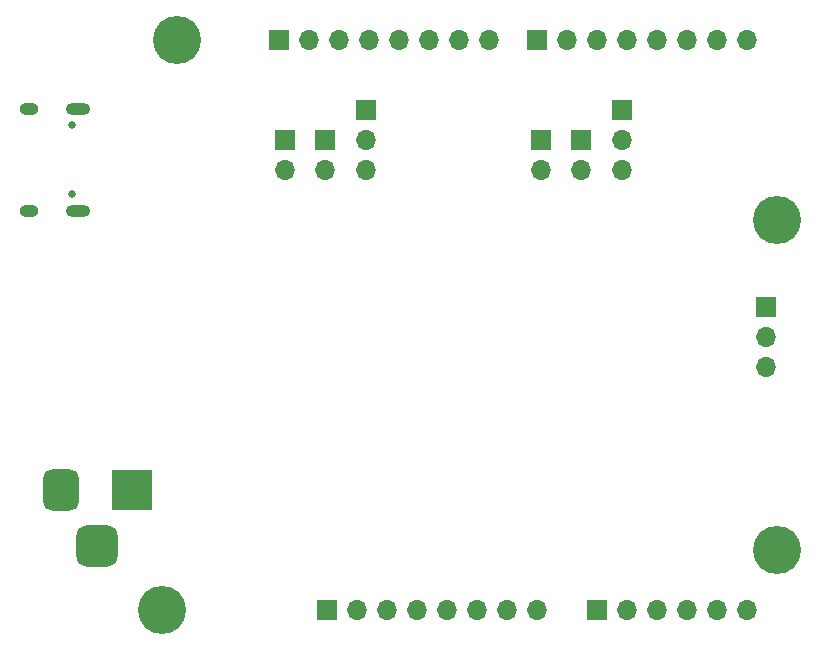
<source format=gbr>
%TF.GenerationSoftware,KiCad,Pcbnew,(6.0.5)*%
%TF.CreationDate,2024-01-23T17:09:02+09:00*%
%TF.ProjectId,PicoIno,5069636f-496e-46f2-9e6b-696361645f70,rev?*%
%TF.SameCoordinates,Original*%
%TF.FileFunction,Soldermask,Bot*%
%TF.FilePolarity,Negative*%
%FSLAX46Y46*%
G04 Gerber Fmt 4.6, Leading zero omitted, Abs format (unit mm)*
G04 Created by KiCad (PCBNEW (6.0.5)) date 2024-01-23 17:09:02*
%MOMM*%
%LPD*%
G01*
G04 APERTURE LIST*
G04 Aperture macros list*
%AMRoundRect*
0 Rectangle with rounded corners*
0 $1 Rounding radius*
0 $2 $3 $4 $5 $6 $7 $8 $9 X,Y pos of 4 corners*
0 Add a 4 corners polygon primitive as box body*
4,1,4,$2,$3,$4,$5,$6,$7,$8,$9,$2,$3,0*
0 Add four circle primitives for the rounded corners*
1,1,$1+$1,$2,$3*
1,1,$1+$1,$4,$5*
1,1,$1+$1,$6,$7*
1,1,$1+$1,$8,$9*
0 Add four rect primitives between the rounded corners*
20,1,$1+$1,$2,$3,$4,$5,0*
20,1,$1+$1,$4,$5,$6,$7,0*
20,1,$1+$1,$6,$7,$8,$9,0*
20,1,$1+$1,$8,$9,$2,$3,0*%
G04 Aperture macros list end*
%ADD10R,1.700000X1.700000*%
%ADD11O,1.700000X1.700000*%
%ADD12R,3.500000X3.500000*%
%ADD13RoundRect,0.750000X-0.750000X-1.000000X0.750000X-1.000000X0.750000X1.000000X-0.750000X1.000000X0*%
%ADD14RoundRect,0.875000X-0.875000X-0.875000X0.875000X-0.875000X0.875000X0.875000X-0.875000X0.875000X0*%
%ADD15C,4.064000*%
%ADD16C,0.650000*%
%ADD17O,1.600000X1.000000*%
%ADD18O,2.100000X1.000000*%
G04 APERTURE END LIST*
D10*
%TO.C,J4*%
X158300000Y-87425000D03*
D11*
X158300000Y-89965000D03*
%TD*%
D10*
%TO.C,J14*%
X163065000Y-127198000D03*
D11*
X165605000Y-127198000D03*
X168145000Y-127198000D03*
X170685000Y-127198000D03*
X173225000Y-127198000D03*
X175765000Y-127198000D03*
%TD*%
D10*
%TO.C,J6*%
X143525000Y-84900000D03*
D11*
X143525000Y-87440000D03*
X143525000Y-89980000D03*
%TD*%
D10*
%TO.C,J1*%
X165200000Y-84900000D03*
D11*
X165200000Y-87440000D03*
X165200000Y-89980000D03*
%TD*%
D12*
%TO.C,J2*%
X123700000Y-117092500D03*
D13*
X117700000Y-117092500D03*
D14*
X120700000Y-121792500D03*
%TD*%
D15*
%TO.C,P5*%
X126235000Y-127198000D03*
%TD*%
%TO.C,P6*%
X178305000Y-122118000D03*
%TD*%
D16*
%TO.C,J3*%
X118655000Y-86210000D03*
X118655000Y-91990000D03*
D17*
X114975000Y-93420000D03*
X114975000Y-84780000D03*
D18*
X119155000Y-84780000D03*
X119155000Y-93420000D03*
%TD*%
D10*
%TO.C,J5*%
X161750000Y-87425000D03*
D11*
X161750000Y-89965000D03*
%TD*%
D10*
%TO.C,J15*%
X177350000Y-101625000D03*
D11*
X177350000Y-104165000D03*
X177350000Y-106705000D03*
%TD*%
D10*
%TO.C,J8*%
X136625000Y-87425000D03*
D11*
X136625000Y-89965000D03*
%TD*%
D10*
%TO.C,J9*%
X140075000Y-87425000D03*
D11*
X140075000Y-89965000D03*
%TD*%
D10*
%TO.C,J11*%
X136141000Y-78938000D03*
D11*
X138681000Y-78938000D03*
X141221000Y-78938000D03*
X143761000Y-78938000D03*
X146301000Y-78938000D03*
X148841000Y-78938000D03*
X151381000Y-78938000D03*
X153921000Y-78938000D03*
%TD*%
D15*
%TO.C,P7*%
X127505000Y-78938000D03*
%TD*%
D10*
%TO.C,J12*%
X157985000Y-78938000D03*
D11*
X160525000Y-78938000D03*
X163065000Y-78938000D03*
X165605000Y-78938000D03*
X168145000Y-78938000D03*
X170685000Y-78938000D03*
X173225000Y-78938000D03*
X175765000Y-78938000D03*
%TD*%
D15*
%TO.C,P8*%
X178305000Y-94178000D03*
%TD*%
D10*
%TO.C,J13*%
X140205000Y-127198000D03*
D11*
X142745000Y-127198000D03*
X145285000Y-127198000D03*
X147825000Y-127198000D03*
X150365000Y-127198000D03*
X152905000Y-127198000D03*
X155445000Y-127198000D03*
X157985000Y-127198000D03*
%TD*%
M02*

</source>
